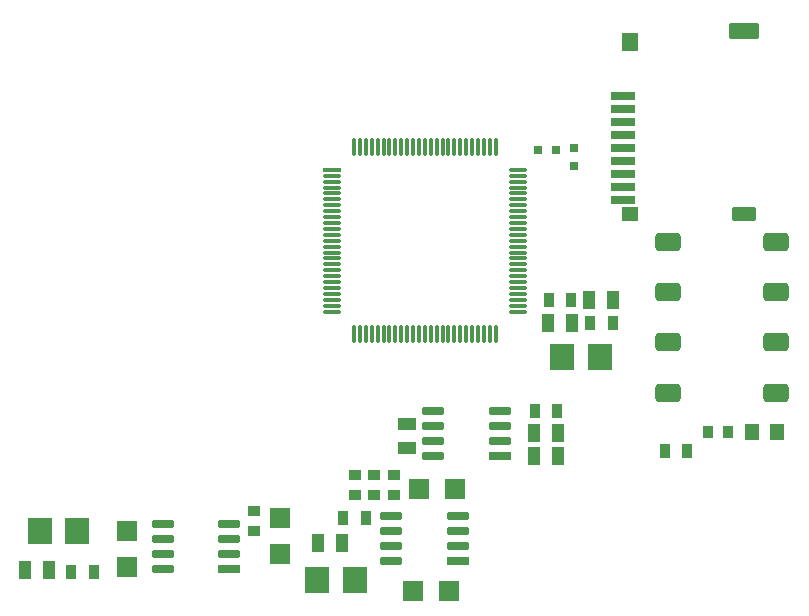
<source format=gtp>
G04*
G04 #@! TF.GenerationSoftware,Altium Limited,Altium Designer,21.0.8 (223)*
G04*
G04 Layer_Color=8421504*
%FSTAX24Y24*%
%MOIN*%
G70*
G04*
G04 #@! TF.SameCoordinates,2867BDE3-1686-46F1-8F54-3A33D440E248*
G04*
G04*
G04 #@! TF.FilePolarity,Positive*
G04*
G01*
G75*
%ADD21R,0.0700X0.0700*%
%ADD22R,0.0354X0.0512*%
%ADD23R,0.0400X0.0591*%
%ADD24R,0.0787X0.0866*%
G04:AMPARAMS|DCode=25|XSize=63mil|YSize=86.2mil|CornerRadius=15.7mil|HoleSize=0mil|Usage=FLASHONLY|Rotation=90.000|XOffset=0mil|YOffset=0mil|HoleType=Round|Shape=RoundedRectangle|*
%AMROUNDEDRECTD25*
21,1,0.0630,0.0547,0,0,90.0*
21,1,0.0315,0.0862,0,0,90.0*
1,1,0.0315,0.0274,0.0157*
1,1,0.0315,0.0274,-0.0157*
1,1,0.0315,-0.0274,-0.0157*
1,1,0.0315,-0.0274,0.0157*
%
%ADD25ROUNDEDRECTD25*%
%ADD26R,0.0750X0.0250*%
G04:AMPARAMS|DCode=27|XSize=25mil|YSize=75mil|CornerRadius=6.3mil|HoleSize=0mil|Usage=FLASHONLY|Rotation=270.000|XOffset=0mil|YOffset=0mil|HoleType=Round|Shape=RoundedRectangle|*
%AMROUNDEDRECTD27*
21,1,0.0250,0.0625,0,0,270.0*
21,1,0.0125,0.0750,0,0,270.0*
1,1,0.0125,-0.0313,-0.0063*
1,1,0.0125,-0.0313,0.0063*
1,1,0.0125,0.0313,0.0063*
1,1,0.0125,0.0313,-0.0063*
%
%ADD27ROUNDEDRECTD27*%
%ADD28R,0.0591X0.0400*%
%ADD29R,0.0433X0.0350*%
%ADD30R,0.0700X0.0700*%
G04:AMPARAMS|DCode=31|XSize=11.8mil|YSize=59.1mil|CornerRadius=3mil|HoleSize=0mil|Usage=FLASHONLY|Rotation=0.000|XOffset=0mil|YOffset=0mil|HoleType=Round|Shape=RoundedRectangle|*
%AMROUNDEDRECTD31*
21,1,0.0118,0.0531,0,0,0.0*
21,1,0.0059,0.0591,0,0,0.0*
1,1,0.0059,0.0030,-0.0266*
1,1,0.0059,-0.0030,-0.0266*
1,1,0.0059,-0.0030,0.0266*
1,1,0.0059,0.0030,0.0266*
%
%ADD31ROUNDEDRECTD31*%
G04:AMPARAMS|DCode=32|XSize=11.8mil|YSize=59.1mil|CornerRadius=3mil|HoleSize=0mil|Usage=FLASHONLY|Rotation=90.000|XOffset=0mil|YOffset=0mil|HoleType=Round|Shape=RoundedRectangle|*
%AMROUNDEDRECTD32*
21,1,0.0118,0.0531,0,0,90.0*
21,1,0.0059,0.0591,0,0,90.0*
1,1,0.0059,0.0266,0.0030*
1,1,0.0059,0.0266,-0.0030*
1,1,0.0059,-0.0266,-0.0030*
1,1,0.0059,-0.0266,0.0030*
%
%ADD32ROUNDEDRECTD32*%
%ADD33R,0.0591X0.0118*%
G04:AMPARAMS|DCode=34|XSize=63mil|YSize=55.1mil|CornerRadius=2.8mil|HoleSize=0mil|Usage=FLASHONLY|Rotation=90.000|XOffset=0mil|YOffset=0mil|HoleType=Round|Shape=RoundedRectangle|*
%AMROUNDEDRECTD34*
21,1,0.0630,0.0496,0,0,90.0*
21,1,0.0575,0.0551,0,0,90.0*
1,1,0.0055,0.0248,0.0287*
1,1,0.0055,0.0248,-0.0287*
1,1,0.0055,-0.0248,-0.0287*
1,1,0.0055,-0.0248,0.0287*
%
%ADD34ROUNDEDRECTD34*%
G04:AMPARAMS|DCode=35|XSize=51.2mil|YSize=98.4mil|CornerRadius=2.6mil|HoleSize=0mil|Usage=FLASHONLY|Rotation=90.000|XOffset=0mil|YOffset=0mil|HoleType=Round|Shape=RoundedRectangle|*
%AMROUNDEDRECTD35*
21,1,0.0512,0.0933,0,0,90.0*
21,1,0.0461,0.0984,0,0,90.0*
1,1,0.0051,0.0467,0.0230*
1,1,0.0051,0.0467,-0.0230*
1,1,0.0051,-0.0467,-0.0230*
1,1,0.0051,-0.0467,0.0230*
%
%ADD35ROUNDEDRECTD35*%
G04:AMPARAMS|DCode=36|XSize=47.2mil|YSize=78.7mil|CornerRadius=2.4mil|HoleSize=0mil|Usage=FLASHONLY|Rotation=90.000|XOffset=0mil|YOffset=0mil|HoleType=Round|Shape=RoundedRectangle|*
%AMROUNDEDRECTD36*
21,1,0.0472,0.0740,0,0,90.0*
21,1,0.0425,0.0787,0,0,90.0*
1,1,0.0047,0.0370,0.0213*
1,1,0.0047,0.0370,-0.0213*
1,1,0.0047,-0.0370,-0.0213*
1,1,0.0047,-0.0370,0.0213*
%
%ADD36ROUNDEDRECTD36*%
G04:AMPARAMS|DCode=37|XSize=27.6mil|YSize=78.7mil|CornerRadius=1.4mil|HoleSize=0mil|Usage=FLASHONLY|Rotation=90.000|XOffset=0mil|YOffset=0mil|HoleType=Round|Shape=RoundedRectangle|*
%AMROUNDEDRECTD37*
21,1,0.0276,0.0760,0,0,90.0*
21,1,0.0248,0.0787,0,0,90.0*
1,1,0.0028,0.0380,0.0124*
1,1,0.0028,0.0380,-0.0124*
1,1,0.0028,-0.0380,-0.0124*
1,1,0.0028,-0.0380,0.0124*
%
%ADD37ROUNDEDRECTD37*%
G04:AMPARAMS|DCode=38|XSize=47.2mil|YSize=55.1mil|CornerRadius=2.4mil|HoleSize=0mil|Usage=FLASHONLY|Rotation=90.000|XOffset=0mil|YOffset=0mil|HoleType=Round|Shape=RoundedRectangle|*
%AMROUNDEDRECTD38*
21,1,0.0472,0.0504,0,0,90.0*
21,1,0.0425,0.0551,0,0,90.0*
1,1,0.0047,0.0252,0.0213*
1,1,0.0047,0.0252,-0.0213*
1,1,0.0047,-0.0252,-0.0213*
1,1,0.0047,-0.0252,0.0213*
%
%ADD38ROUNDEDRECTD38*%
%ADD39R,0.0472X0.0550*%
%ADD40R,0.0315X0.0315*%
%ADD41R,0.0350X0.0433*%
%ADD42R,0.0315X0.0315*%
D21*
X066554Y01927D02*
D03*
X065354D02*
D03*
X06637Y01587D02*
D03*
X06517D02*
D03*
D22*
X070444Y025571D02*
D03*
X069696D02*
D03*
X071066Y02479D02*
D03*
X071814D02*
D03*
X073556Y02053D02*
D03*
X074304D02*
D03*
X069228Y021868D02*
D03*
X069976D02*
D03*
X063588Y018309D02*
D03*
X062839D02*
D03*
X054514Y01651D02*
D03*
X053766D02*
D03*
D23*
X06967Y02479D02*
D03*
X07047D02*
D03*
X07184Y025571D02*
D03*
X07104D02*
D03*
X070002Y021118D02*
D03*
X069202D02*
D03*
X061997Y01747D02*
D03*
X062797D02*
D03*
X05224Y01655D02*
D03*
X05304D02*
D03*
X069981Y020377D02*
D03*
X069181D02*
D03*
D24*
X07014Y02365D02*
D03*
X0714D02*
D03*
X06197Y01623D02*
D03*
X06323D02*
D03*
X05272Y01785D02*
D03*
X05398D02*
D03*
D25*
X073661Y0275D02*
D03*
X077279D02*
D03*
X073661Y025827D02*
D03*
X077279D02*
D03*
Y024153D02*
D03*
X073661D02*
D03*
Y02248D02*
D03*
X077279D02*
D03*
D26*
X06805Y020368D02*
D03*
X066664Y01685D02*
D03*
X059046Y0166D02*
D03*
D27*
X06805Y020868D02*
D03*
Y021368D02*
D03*
Y021868D02*
D03*
X065826Y020368D02*
D03*
Y020868D02*
D03*
Y021368D02*
D03*
Y021868D02*
D03*
X06444Y01835D02*
D03*
Y01785D02*
D03*
Y01735D02*
D03*
Y01685D02*
D03*
X066664Y01835D02*
D03*
Y01785D02*
D03*
Y01735D02*
D03*
X059046Y0171D02*
D03*
Y0176D02*
D03*
Y0181D02*
D03*
X056821Y0166D02*
D03*
Y0171D02*
D03*
Y0176D02*
D03*
Y0181D02*
D03*
D28*
X064952Y021432D02*
D03*
Y020633D02*
D03*
D29*
X064516Y019744D02*
D03*
Y019074D02*
D03*
X06388Y019721D02*
D03*
Y019051D02*
D03*
X063214Y019721D02*
D03*
Y019051D02*
D03*
X05988Y017855D02*
D03*
Y018525D02*
D03*
D30*
X060729Y017084D02*
D03*
Y018284D02*
D03*
X05562Y01665D02*
D03*
Y01785D02*
D03*
D31*
X063198Y03065D02*
D03*
X063395D02*
D03*
X063591D02*
D03*
X063788D02*
D03*
X063985D02*
D03*
X064182D02*
D03*
X064379D02*
D03*
X064576D02*
D03*
X064773D02*
D03*
X064969D02*
D03*
X065166D02*
D03*
X065363D02*
D03*
X06556D02*
D03*
X065757D02*
D03*
X065954D02*
D03*
X066151D02*
D03*
X066347D02*
D03*
X066544D02*
D03*
X066741D02*
D03*
X066938D02*
D03*
X067135D02*
D03*
X067332D02*
D03*
X067529D02*
D03*
X067725D02*
D03*
X067922D02*
D03*
Y02443D02*
D03*
X067725D02*
D03*
X067529D02*
D03*
X067332D02*
D03*
X067135D02*
D03*
X066938D02*
D03*
X066741D02*
D03*
X066544D02*
D03*
X066347D02*
D03*
X066151D02*
D03*
X065954D02*
D03*
X065757D02*
D03*
X06556D02*
D03*
X065363D02*
D03*
X065166D02*
D03*
X064969D02*
D03*
X064773D02*
D03*
X064576D02*
D03*
X064379D02*
D03*
X064182D02*
D03*
X063985D02*
D03*
X063788D02*
D03*
X063591D02*
D03*
X063395D02*
D03*
X063198D02*
D03*
D32*
X06867Y029902D02*
D03*
Y029705D02*
D03*
Y029509D02*
D03*
Y029312D02*
D03*
Y029115D02*
D03*
Y028918D02*
D03*
Y028721D02*
D03*
Y028524D02*
D03*
Y028327D02*
D03*
Y028131D02*
D03*
Y027934D02*
D03*
Y027737D02*
D03*
Y02754D02*
D03*
Y027343D02*
D03*
Y027146D02*
D03*
Y026949D02*
D03*
Y026753D02*
D03*
Y026556D02*
D03*
Y026359D02*
D03*
Y026162D02*
D03*
Y025965D02*
D03*
Y025768D02*
D03*
Y025571D02*
D03*
Y025375D02*
D03*
Y025178D02*
D03*
X06245D02*
D03*
Y025375D02*
D03*
Y025571D02*
D03*
Y025768D02*
D03*
Y025965D02*
D03*
Y026162D02*
D03*
Y026359D02*
D03*
Y026556D02*
D03*
Y026753D02*
D03*
Y026949D02*
D03*
Y027146D02*
D03*
Y027343D02*
D03*
Y02754D02*
D03*
Y027737D02*
D03*
Y027934D02*
D03*
Y028131D02*
D03*
Y028327D02*
D03*
Y028524D02*
D03*
Y028721D02*
D03*
Y028918D02*
D03*
Y029115D02*
D03*
Y029312D02*
D03*
Y029509D02*
D03*
Y029705D02*
D03*
D33*
Y029902D02*
D03*
D34*
X072407Y034177D02*
D03*
D35*
X076187Y034532D02*
D03*
D36*
Y028429D02*
D03*
D37*
X072156Y032366D02*
D03*
Y031933D02*
D03*
Y0315D02*
D03*
Y031067D02*
D03*
Y030634D02*
D03*
Y030201D02*
D03*
Y029768D02*
D03*
Y029335D02*
D03*
Y028902D02*
D03*
D38*
X072407Y028429D02*
D03*
D39*
X076467Y02118D02*
D03*
X077293D02*
D03*
D40*
X069335Y030572D02*
D03*
X069925D02*
D03*
D41*
X074995Y02116D02*
D03*
X075665D02*
D03*
D42*
X07052Y030025D02*
D03*
Y030615D02*
D03*
M02*

</source>
